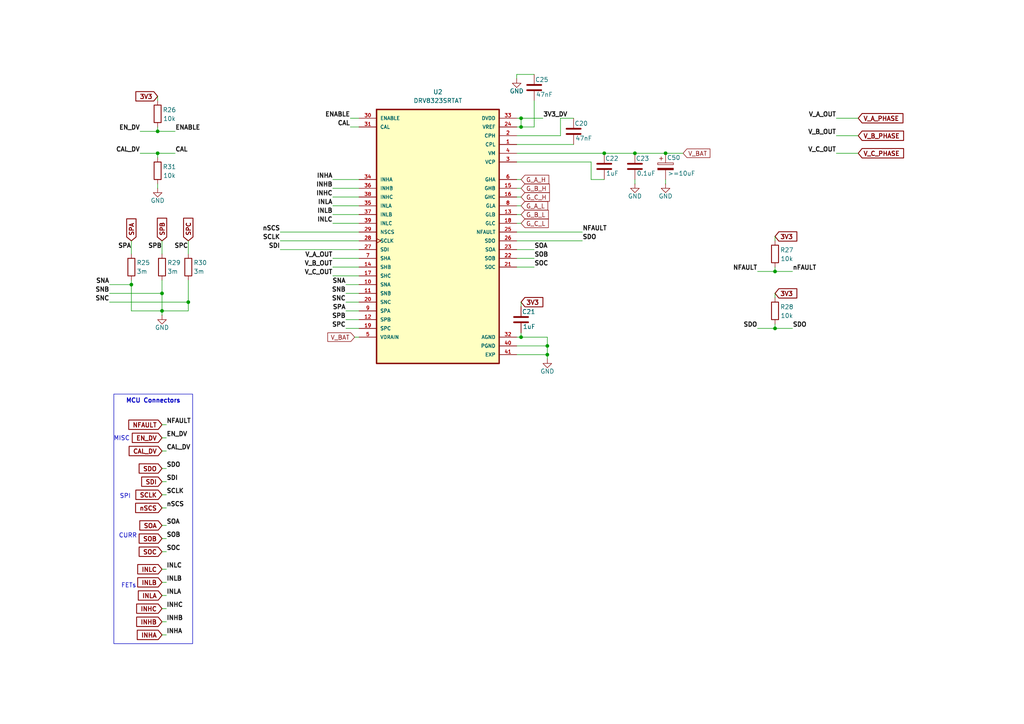
<source format=kicad_sch>
(kicad_sch (version 20250114) (generator "eeschema") (generator_version "9.0")
  (paper "A4")
  (lib_symbols
    (symbol "DRV8323SRTAT:DRV8323SRTAT" (pin_names (offset 1.016))
      (property "Reference" "U" (at -17.8131 39.1728 0))
      (property "Value" "DRV8323SRTAT" (at -17.8106 -39.6282 0))
      (symbol "DRV8323SRTAT_0_0"
        (rectangle (start -17.78 -35.56) (end 17.78 38.1) (stroke (width 0.41)) (fill (type background)))
        (pin input line (at -22.86 35.56 0) (length 5.08) (name "ENABLE") (number "30"))
        (pin input line (at -22.86 33.02 0) (length 5.08) (name "CAL") (number "31"))
        (pin input line (at -22.86 17.78 0) (length 5.08) (name "INHA") (number "34"))
        (pin input line (at -22.86 15.24 0) (length 5.08) (name "INHB") (number "36"))
        (pin input line (at -22.86 12.7 0) (length 5.08) (name "INHC") (number "38"))
        (pin input line (at -22.86 10.16 0) (length 5.08) (name "INLA") (number "35"))
        (pin input line (at -22.86 7.62 0) (length 5.08) (name "INLB") (number "37"))
        (pin input line (at -22.86 5.08 0) (length 5.08) (name "INLC") (number "39"))
        (pin input line (at -22.86 2.54 0) (length 5.08) (name "NSCS") (number "29"))
        (pin input clock (at -22.86 0 0) (length 5.08) (name "SCLK") (number "28"))
        (pin input line (at -22.86 -2.54 0) (length 5.08) (name "SDI") (number "27"))
        (pin input line (at -22.86 -5.08 0) (length 5.08) (name "SHA") (number "7"))
        (pin input line (at -22.86 -7.62 0) (length 5.08) (name "SHB") (number "14"))
        (pin input line (at -22.86 -10.16 0) (length 5.08) (name "SHC") (number "17"))
        (pin input line (at -22.86 -12.7 0) (length 5.08) (name "SNA") (number "10"))
        (pin input line (at -22.86 -15.24 0) (length 5.08) (name "SNB") (number "11"))
        (pin input line (at -22.86 -17.78 0) (length 5.08) (name "SNC") (number "20"))
        (pin input line (at -22.86 -20.32 0) (length 5.08) (name "SPA") (number "9"))
        (pin input line (at -22.86 -22.86 0) (length 5.08) (name "SPB") (number "12"))
        (pin input line (at -22.86 -25.4 0) (length 5.08) (name "SPC") (number "19"))
        (pin input line (at -22.86 -27.94 0) (length 5.08) (name "VDRAIN") (number "5"))
        (pin power_in line (at 22.86 35.56 180) (length 5.08) (name "DVDD") (number "33"))
        (pin power_in line (at 22.86 33.02 180) (length 5.08) (name "VREF") (number "24"))
        (pin power_in line (at 22.86 30.48 180) (length 5.08) (name "CPH") (number "2"))
        (pin power_in line (at 22.86 27.94 180) (length 5.08) (name "CPL") (number "1"))
        (pin power_in line (at 22.86 25.4 180) (length 5.08) (name "VM") (number "4"))
        (pin power_in line (at 22.86 22.86 180) (length 5.08) (name "VCP") (number "3"))
        (pin output line (at 22.86 17.78 180) (length 5.08) (name "GHA") (number "6"))
        (pin output line (at 22.86 15.24 180) (length 5.08) (name "GHB") (number "15"))
        (pin output line (at 22.86 12.7 180) (length 5.08) (name "GHC") (number "16"))
        (pin output line (at 22.86 10.16 180) (length 5.08) (name "GLA") (number "8"))
        (pin output line (at 22.86 7.62 180) (length 5.08) (name "GLB") (number "13"))
        (pin output line (at 22.86 5.08 180) (length 5.08) (name "GLC") (number "18"))
        (pin output line (at 22.86 2.54 180) (length 5.08) (name "NFAULT") (number "25"))
        (pin output line (at 22.86 0 180) (length 5.08) (name "SDO") (number "26"))
        (pin output line (at 22.86 -2.54 180) (length 5.08) (name "SOA") (number "23"))
        (pin output line (at 22.86 -5.08 180) (length 5.08) (name "SOB") (number "22"))
        (pin output line (at 22.86 -7.62 180) (length 5.08) (name "SOC") (number "21"))
        (pin power_in line (at 22.86 -27.94 180) (length 5.08) (name "AGND") (number "32"))
        (pin power_in line (at 22.86 -30.48 180) (length 5.08) (name "PGND") (number "40"))
        (pin power_in line (at 22.86 -33.02 180) (length 5.08) (name "EXP") (number "41"))
      )
    )
    (symbol "Device:C" (pin_numbers (hide yes)) (pin_names (offset 0.254))
      (property "Reference" "C" (at 0.635 2.54 0))
      (property "Value" "C" (at 0.635 -2.54 0))
      (symbol "C_0_1"
        (polyline (pts (xy -2.032 0.762) (xy 2.032 0.762)) (stroke (width 0.508)))
        (polyline (pts (xy -2.032 -0.762) (xy 2.032 -0.762)) (stroke (width 0.508)))
      )
      (symbol "C_1_1"
        (pin passive line (at 0 3.81 270) (length 2.794) (name "~") (number "1"))
        (pin passive line (at 0 -3.81 90) (length 2.794) (name "~") (number "2"))
      )
    )
    (symbol "Device:C_Polarized" (pin_numbers (hide yes)) (pin_names (offset 0.254))
      (property "Reference" "C" (at 0.635 2.54 0))
      (property "Value" "C_Polarized" (at 0.635 -2.54 0))
      (symbol "C_Polarized_0_1"
        (rectangle (start -2.286 0.508) (end 2.286 1.016))
        (polyline (pts (xy -1.778 2.286) (xy -0.762 2.286)))
        (polyline (pts (xy -1.27 2.794) (xy -1.27 1.778)))
        (rectangle (start 2.286 -0.508) (end -2.286 -1.016) (fill (type outline)))
      )
      (symbol "C_Polarized_1_1"
        (pin passive line (at 0 3.81 270) (length 2.794) (name "~") (number "1"))
        (pin passive line (at 0 -3.81 90) (length 2.794) (name "~") (number "2"))
      )
    )
    (symbol "Device:R" (pin_numbers (hide yes)) (pin_names (offset 0))
      (property "Reference" "R" (at 2.032 0 90))
      (property "Value" "R" (at 0 0 90))
      (symbol "R_0_1"
        (rectangle (start -1.016 -2.54) (end 1.016 2.54) (stroke (width 0.254)))
      )
      (symbol "R_1_1"
        (pin passive line (at 0 3.81 270) (length 1.27) (name "~") (number "1"))
        (pin passive line (at 0 -3.81 90) (length 1.27) (name "~") (number "2"))
      )
    )
    (symbol "power:GND" (power) (pin_numbers (hide yes)) (pin_names (offset 0) (hide yes))
      (property "Value" "GND" (at 0 -3.81 0))
      (symbol "GND_0_1"
        (polyline (pts (xy 0 0) (xy 0 -1.27) (xy 1.27 -1.27) (xy 0 -2.54) (xy -1.27 -1.27) (xy 0 -1.27)))
      )
      (symbol "GND_1_1"
        (pin power_in line (at 0 0 270) (length 0) (name "~") (number "1"))
      )
    )
  )
  (rectangle (start 33.02 114.3) (end 55.88 186.69))
  (text "SPI" (at 36.322 144.018 0) (effects (font (size 1.27 1.27) (thickness 0.1588))))
  (text "MISC" (at 35.306 127.254 0) (effects (font (size 1.27 1.27) (thickness 0.1588))))
  (text "MCU Connectors" (at 44.45 116.332 0) (effects (font (size 1.27 1.27) (thickness 0.254) (bold yes))))
  (text "FETs" (at 37.338 169.926 0) (effects (font (size 1.27 1.27) (thickness 0.1588))))
  (text "CURR" (at 37.084 155.448 0) (effects (font (size 1.27 1.27) (thickness 0.1588))))
  (junction (at 151.13 97.79))
  (junction (at 46.99 90.17))
  (junction (at 151.13 36.83))
  (junction (at 45.72 44.45))
  (junction (at 45.72 38.1))
  (junction (at 38.1 82.55))
  (junction (at 175.26 44.45))
  (junction (at 158.75 100.33))
  (junction (at 224.79 95.25))
  (junction (at 151.13 34.29))
  (junction (at 193.04 44.45))
  (junction (at 224.79 78.74))
  (junction (at 184.15 44.45))
  (junction (at 158.75 102.87))
  (junction (at 46.99 85.09))
  (junction (at 54.61 87.63))
  (wire (pts (xy 46.99 139.7) (xy 48.26 139.7)))
  (wire (pts (xy 151.13 87.63) (xy 151.13 88.9)))
  (wire (pts (xy 219.71 95.25) (xy 224.79 95.25)))
  (wire (pts (xy 54.61 90.17) (xy 46.99 90.17)))
  (wire (pts (xy 151.13 54.61) (xy 149.86 54.61)))
  (wire (pts (xy 38.1 81.28) (xy 38.1 82.55)))
  (wire (pts (xy 48.26 152.4) (xy 46.99 152.4)))
  (wire (pts (xy 48.26 172.72) (xy 46.99 172.72)))
  (wire (pts (xy 46.99 127) (xy 48.26 127)))
  (wire (pts (xy 248.92 44.45) (xy 242.57 44.45)))
  (wire (pts (xy 96.52 54.61) (xy 104.14 54.61)))
  (wire (pts (xy 46.99 85.09) (xy 46.99 90.17)))
  (wire (pts (xy 149.86 39.37) (xy 162.56 39.37)))
  (wire (pts (xy 224.79 95.25) (xy 229.87 95.25)))
  (wire (pts (xy 45.72 38.1) (xy 50.8 38.1)))
  (wire (pts (xy 171.45 52.07) (xy 171.45 46.99)))
  (wire (pts (xy 224.79 85.09) (xy 224.79 86.36)))
  (wire (pts (xy 158.75 104.14) (xy 158.75 102.87)))
  (wire (pts (xy 31.75 85.09) (xy 46.99 85.09)))
  (wire (pts (xy 168.91 69.85) (xy 149.86 69.85)))
  (wire (pts (xy 48.26 184.15) (xy 46.99 184.15)))
  (wire (pts (xy 151.13 64.77) (xy 149.86 64.77)))
  (wire (pts (xy 100.33 82.55) (xy 104.14 82.55)))
  (wire (pts (xy 96.52 64.77) (xy 104.14 64.77)))
  (wire (pts (xy 193.04 53.34) (xy 193.04 52.07)))
  (wire (pts (xy 81.28 67.31) (xy 104.14 67.31)))
  (wire (pts (xy 48.26 165.1) (xy 46.99 165.1)))
  (wire (pts (xy 96.52 77.47) (xy 104.14 77.47)))
  (wire (pts (xy 45.72 38.1) (xy 45.72 36.83)))
  (wire (pts (xy 102.87 97.79) (xy 104.14 97.79)))
  (wire (pts (xy 149.86 44.45) (xy 175.26 44.45)))
  (wire (pts (xy 96.52 57.15) (xy 104.14 57.15)))
  (wire (pts (xy 46.99 130.81) (xy 48.26 130.81)))
  (wire (pts (xy 149.86 100.33) (xy 158.75 100.33)))
  (wire (pts (xy 151.13 36.83) (xy 151.13 34.29)))
  (wire (pts (xy 154.94 74.93) (xy 149.86 74.93)))
  (wire (pts (xy 151.13 34.29) (xy 157.48 34.29)))
  (wire (pts (xy 96.52 59.69) (xy 104.14 59.69)))
  (wire (pts (xy 45.72 54.61) (xy 45.72 53.34)))
  (wire (pts (xy 100.33 95.25) (xy 104.14 95.25)))
  (wire (pts (xy 96.52 80.01) (xy 104.14 80.01)))
  (wire (pts (xy 54.61 81.28) (xy 54.61 87.63)))
  (wire (pts (xy 154.94 21.59) (xy 149.86 21.59)))
  (wire (pts (xy 31.75 87.63) (xy 54.61 87.63)))
  (wire (pts (xy 100.33 90.17) (xy 104.14 90.17)))
  (wire (pts (xy 46.99 135.89) (xy 48.26 135.89)))
  (wire (pts (xy 48.26 156.21) (xy 46.99 156.21)))
  (wire (pts (xy 40.64 44.45) (xy 45.72 44.45)))
  (wire (pts (xy 100.33 85.09) (xy 104.14 85.09)))
  (wire (pts (xy 224.79 68.58) (xy 224.79 69.85)))
  (wire (pts (xy 46.99 81.28) (xy 46.99 85.09)))
  (wire (pts (xy 48.26 168.91) (xy 46.99 168.91)))
  (wire (pts (xy 46.99 147.32) (xy 48.26 147.32)))
  (wire (pts (xy 154.94 72.39) (xy 149.86 72.39)))
  (wire (pts (xy 46.99 123.19) (xy 48.26 123.19)))
  (wire (pts (xy 45.72 45.72) (xy 45.72 44.45)))
  (wire (pts (xy 248.92 34.29) (xy 242.57 34.29)))
  (wire (pts (xy 149.86 34.29) (xy 151.13 34.29)))
  (wire (pts (xy 158.75 102.87) (xy 158.75 100.33)))
  (wire (pts (xy 151.13 59.69) (xy 149.86 59.69)))
  (wire (pts (xy 248.92 39.37) (xy 242.57 39.37)))
  (wire (pts (xy 224.79 78.74) (xy 229.87 78.74)))
  (wire (pts (xy 54.61 87.63) (xy 54.61 90.17)))
  (wire (pts (xy 149.86 102.87) (xy 158.75 102.87)))
  (wire (pts (xy 48.26 160.02) (xy 46.99 160.02)))
  (wire (pts (xy 96.52 52.07) (xy 104.14 52.07)))
  (wire (pts (xy 45.72 27.94) (xy 45.72 29.21)))
  (wire (pts (xy 101.6 36.83) (xy 104.14 36.83)))
  (wire (pts (xy 100.33 92.71) (xy 104.14 92.71)))
  (wire (pts (xy 162.56 39.37) (xy 162.56 34.29)))
  (wire (pts (xy 184.15 44.45) (xy 193.04 44.45)))
  (wire (pts (xy 100.33 87.63) (xy 104.14 87.63)))
  (wire (pts (xy 162.56 34.29) (xy 166.37 34.29)))
  (wire (pts (xy 46.99 143.51) (xy 48.26 143.51)))
  (wire (pts (xy 38.1 82.55) (xy 38.1 90.17)))
  (wire (pts (xy 154.94 77.47) (xy 149.86 77.47)))
  (wire (pts (xy 48.26 176.53) (xy 46.99 176.53)))
  (wire (pts (xy 48.26 180.34) (xy 46.99 180.34)))
  (wire (pts (xy 151.13 96.52) (xy 151.13 97.79)))
  (wire (pts (xy 224.79 78.74) (xy 224.79 77.47)))
  (wire (pts (xy 40.64 38.1) (xy 45.72 38.1)))
  (wire (pts (xy 224.79 95.25) (xy 224.79 93.98)))
  (wire (pts (xy 149.86 41.91) (xy 166.37 41.91)))
  (wire (pts (xy 151.13 57.15) (xy 149.86 57.15)))
  (wire (pts (xy 151.13 52.07) (xy 149.86 52.07)))
  (wire (pts (xy 151.13 62.23) (xy 149.86 62.23)))
  (wire (pts (xy 193.04 44.45) (xy 198.12 44.45)))
  (wire (pts (xy 81.28 69.85) (xy 104.14 69.85)))
  (wire (pts (xy 31.75 82.55) (xy 38.1 82.55)))
  (wire (pts (xy 45.72 44.45) (xy 50.8 44.45)))
  (wire (pts (xy 168.91 67.31) (xy 149.86 67.31)))
  (wire (pts (xy 154.94 36.83) (xy 154.94 29.21)))
  (wire (pts (xy 184.15 53.34) (xy 184.15 52.07)))
  (wire (pts (xy 46.99 90.17) (xy 38.1 90.17)))
  (wire (pts (xy 149.86 21.59) (xy 149.86 22.86)))
  (wire (pts (xy 149.86 36.83) (xy 151.13 36.83)))
  (wire (pts (xy 81.28 72.39) (xy 104.14 72.39)))
  (wire (pts (xy 175.26 44.45) (xy 184.15 44.45)))
  (wire (pts (xy 171.45 52.07) (xy 175.26 52.07)))
  (wire (pts (xy 158.75 97.79) (xy 151.13 97.79)))
  (wire (pts (xy 151.13 97.79) (xy 149.86 97.79)))
  (wire (pts (xy 46.99 69.85) (xy 46.99 73.66)))
  (wire (pts (xy 96.52 62.23) (xy 104.14 62.23)))
  (wire (pts (xy 158.75 100.33) (xy 158.75 97.79)))
  (wire (pts (xy 219.71 78.74) (xy 224.79 78.74)))
  (wire (pts (xy 101.6 34.29) (xy 104.14 34.29)))
  (wire (pts (xy 38.1 69.85) (xy 38.1 73.66)))
  (wire (pts (xy 171.45 46.99) (xy 149.86 46.99)))
  (wire (pts (xy 46.99 90.17) (xy 46.99 91.44)))
  (wire (pts (xy 54.61 69.85) (xy 54.61 73.66)))
  (wire (pts (xy 151.13 36.83) (xy 154.94 36.83)))
  (wire (pts (xy 96.52 74.93) (xy 104.14 74.93)))
  (label "V_C_OUT" (at 96.52 80.01 180) (effects (font (thickness 0.254) (bold yes))))
  (label "INLC" (at 96.52 64.77 180) (effects (font (thickness 0.254) (bold yes))))
  (label "SDI" (at 48.26 139.7 0) (effects (font (thickness 0.254) (bold yes))))
  (label "SNB" (at 100.33 85.09 180) (effects (font (thickness 0.254) (bold yes))))
  (label "INLA" (at 48.26 172.72 0) (effects (font (thickness 0.254) (bold yes))))
  (label "SOC" (at 48.26 160.02 0) (effects (font (thickness 0.254) (bold yes))))
  (label "INLB" (at 96.52 62.23 180) (effects (font (thickness 0.254) (bold yes))))
  (label "INHC" (at 96.52 57.15 180) (effects (font (thickness 0.254) (bold yes))))
  (label "ENABLE" (at 101.6 34.29 180) (effects (font (thickness 0.254) (bold yes))))
  (label "SNC" (at 100.33 87.63 180) (effects (font (thickness 0.254) (bold yes))))
  (label "INHC" (at 48.26 176.53 0) (effects (font (thickness 0.254) (bold yes))))
  (label "INHB" (at 96.52 54.61 180) (effects (font (thickness 0.254) (bold yes))))
  (label "SCLK" (at 48.26 143.51 0) (effects (font (thickness 0.254) (bold yes))))
  (label "SDO" (at 229.87 95.25 0) (effects (font (thickness 0.254) (bold yes))))
  (label "SPA" (at 38.1 72.39 180) (effects (font (thickness 0.254) (bold yes))))
  (label "SDO" (at 48.26 135.89 0) (effects (font (thickness 0.254) (bold yes))))
  (label "nSCS" (at 81.28 67.31 180) (effects (font (thickness 0.254) (bold yes))))
  (label "CAL_DV" (at 48.26 130.81 0) (effects (font (thickness 0.254) (bold yes))))
  (label "SNA" (at 31.75 82.55 180) (effects (font (thickness 0.254) (bold yes))))
  (label "V_A_OUT" (at 96.52 74.93 180) (effects (font (thickness 0.254) (bold yes))))
  (label "INLC" (at 48.26 165.1 0) (effects (font (thickness 0.254) (bold yes))))
  (label "NFAULT" (at 168.91 67.31 0) (effects (font (thickness 0.254) (bold yes))))
  (label "V_B_OUT" (at 96.52 77.47 180) (effects (font (thickness 0.254) (bold yes))))
  (label "SOA" (at 48.26 152.4 0) (effects (font (thickness 0.254) (bold yes))))
  (label "EN_DV" (at 40.64 38.1 180) (effects (font (thickness 0.254) (bold yes))))
  (label "INHA" (at 48.26 184.15 0) (effects (font (thickness 0.254) (bold yes))))
  (label "CAL_DV" (at 40.64 44.45 180) (effects (font (thickness 0.254) (bold yes))))
  (label "SCLK" (at 81.28 69.85 180) (effects (font (thickness 0.254) (bold yes))))
  (label "ENABLE" (at 50.8 38.1 0) (effects (font (thickness 0.254) (bold yes))))
  (label "SNA" (at 100.33 82.55 180) (effects (font (thickness 0.254) (bold yes))))
  (label "INHB" (at 48.26 180.34 0) (effects (font (thickness 0.254) (bold yes))))
  (label "INLB" (at 48.26 168.91 0) (effects (font (thickness 0.254) (bold yes))))
  (label "INHA" (at 96.52 52.07 180) (effects (font (thickness 0.254) (bold yes))))
  (label "SOA" (at 154.94 72.39 0) (effects (font (thickness 0.254) (bold yes))))
  (label "SPB" (at 46.99 72.39 180) (effects (font (thickness 0.254) (bold yes))))
  (label "SOC" (at 154.94 77.47 0) (effects (font (thickness 0.254) (bold yes))))
  (label "nFAULT" (at 229.87 78.74 0) (effects (font (thickness 0.254) (bold yes))))
  (label "V_A_OUT" (at 242.57 34.29 180) (effects (font (thickness 0.254) (bold yes))))
  (label "SPA" (at 100.33 90.17 180) (effects (font (thickness 0.254) (bold yes))))
  (label "SPC" (at 100.33 95.25 180) (effects (font (thickness 0.254) (bold yes))))
  (label "SDI" (at 81.28 72.39 180) (effects (font (thickness 0.254) (bold yes))))
  (label "V_B_OUT" (at 242.57 39.37 180) (effects (font (thickness 0.254) (bold yes))))
  (label "EN_DV" (at 48.26 127 0) (effects (font (thickness 0.254) (bold yes))))
  (label "CAL" (at 101.6 36.83 180) (effects (font (thickness 0.254) (bold yes))))
  (label "INLA" (at 96.52 59.69 180) (effects (font (thickness 0.254) (bold yes))))
  (label "SDO" (at 168.91 69.85 0) (effects (font (thickness 0.254) (bold yes))))
  (label "SPC" (at 54.61 72.39 180) (effects (font (thickness 0.254) (bold yes))))
  (label "NFAULT" (at 48.26 123.19 0) (effects (font (thickness 0.254) (bold yes))))
  (label "SOB" (at 154.94 74.93 0) (effects (font (thickness 0.254) (bold yes))))
  (label "nSCS" (at 48.26 147.32 0) (effects (font (thickness 0.254) (bold yes))))
  (label "SPB" (at 100.33 92.71 180) (effects (font (thickness 0.254) (bold yes))))
  (label "SNB" (at 31.75 85.09 180) (effects (font (thickness 0.254) (bold yes))))
  (label "SNC" (at 31.75 87.63 180) (effects (font (thickness 0.254) (bold yes))))
  (label "SDO" (at 219.71 95.25 180) (effects (font (thickness 0.254) (bold yes))))
  (label "3V3_DV" (at 157.48 34.29 0) (effects (font (thickness 0.254) (bold yes))))
  (label "V_C_OUT" (at 242.57 44.45 180) (effects (font (thickness 0.254) (bold yes))))
  (label "CAL" (at 50.8 44.45 0) (effects (font (thickness 0.254) (bold yes))))
  (label "SOB" (at 48.26 156.21 0) (effects (font (thickness 0.254) (bold yes))))
  (label "NFAULT" (at 219.71 78.74 180) (effects (font (thickness 0.254) (bold yes))))
  (global_label "G_B_H" (shape input) (at 151.13 54.61 0) (property "Intersheetrefs" "${INTERSHEET_REFS}" (effects (hide yes))))
  (global_label "SOA" (shape input) (at 46.99 152.4 180) (effects (font (thickness 0.254) (bold yes))) (property "Intersheetrefs" "${INTERSHEET_REFS}" (effects (hide yes))))
  (global_label "INLB" (shape input) (at 46.99 168.91 180) (effects (font (thickness 0.254) (bold yes))) (property "Intersheetrefs" "${INTERSHEET_REFS}" (effects (hide yes))))
  (global_label "nSCS" (shape input) (at 46.99 147.32 180) (effects (font (thickness 0.254) (bold yes))) (property "Intersheetrefs" "${INTERSHEET_REFS}" (effects (hide yes))))
  (global_label "CAL_DV" (shape input) (at 46.99 130.81 180) (effects (font (thickness 0.254) (bold yes))) (property "Intersheetrefs" "${INTERSHEET_REFS}" (effects (hide yes))))
  (global_label "INHB" (shape input) (at 46.99 180.34 180) (effects (font (thickness 0.254) (bold yes))) (property "Intersheetrefs" "${INTERSHEET_REFS}" (effects (hide yes))))
  (global_label "V_BAT" (shape input) (at 102.87 97.79 180) (property "Intersheetrefs" "${INTERSHEET_REFS}" (effects (hide yes))))
  (global_label "V_BAT" (shape input) (at 198.12 44.45 0) (property "Intersheetrefs" "${INTERSHEET_REFS}" (effects (hide yes))))
  (global_label "3V3" (shape input) (at 151.13 87.63 0) (effects (font (thickness 0.254) (bold yes))) (property "Intersheetrefs" "${INTERSHEET_REFS}" (effects (hide yes))))
  (global_label "SDO" (shape input) (at 46.99 135.89 180) (effects (font (thickness 0.254) (bold yes))) (property "Intersheetrefs" "${INTERSHEET_REFS}" (effects (hide yes))))
  (global_label "INHA" (shape input) (at 46.99 184.15 180) (effects (font (thickness 0.254) (bold yes))) (property "Intersheetrefs" "${INTERSHEET_REFS}" (effects (hide yes))))
  (global_label "G_C_L" (shape input) (at 151.13 64.77 0) (property "Intersheetrefs" "${INTERSHEET_REFS}" (effects (hide yes))))
  (global_label "INLA" (shape input) (at 46.99 172.72 180) (effects (font (thickness 0.254) (bold yes))) (property "Intersheetrefs" "${INTERSHEET_REFS}" (effects (hide yes))))
  (global_label "SPB" (shape input) (at 46.99 69.85 90) (effects (font (thickness 0.254) (bold yes))) (property "Intersheetrefs" "${INTERSHEET_REFS}" (effects (hide yes))))
  (global_label "3V3" (shape input) (at 45.72 27.94 180) (effects (font (thickness 0.254) (bold yes))) (property "Intersheetrefs" "${INTERSHEET_REFS}" (effects (hide yes))))
  (global_label "3V3" (shape input) (at 224.79 85.09 0) (effects (font (thickness 0.254) (bold yes))) (property "Intersheetrefs" "${INTERSHEET_REFS}" (effects (hide yes))))
  (global_label "V_B_PHASE" (shape input) (at 248.92 39.37 0) (effects (font (thickness 0.254) (bold yes))) (property "Intersheetrefs" "${INTERSHEET_REFS}" (effects (hide yes))))
  (global_label "INHC" (shape input) (at 46.99 176.53 180) (effects (font (thickness 0.254) (bold yes))) (property "Intersheetrefs" "${INTERSHEET_REFS}" (effects (hide yes))))
  (global_label "SOC" (shape input) (at 46.99 160.02 180) (effects (font (thickness 0.254) (bold yes))) (property "Intersheetrefs" "${INTERSHEET_REFS}" (effects (hide yes))))
  (global_label "3V3" (shape input) (at 224.79 68.58 0) (effects (font (thickness 0.254) (bold yes))) (property "Intersheetrefs" "${INTERSHEET_REFS}" (effects (hide yes))))
  (global_label "G_B_L" (shape input) (at 151.13 62.23 0) (property "Intersheetrefs" "${INTERSHEET_REFS}" (effects (hide yes))))
  (global_label "V_C_PHASE" (shape input) (at 248.92 44.45 0) (effects (font (thickness 0.254) (bold yes))) (property "Intersheetrefs" "${INTERSHEET_REFS}" (effects (hide yes))))
  (global_label "SDI" (shape input) (at 46.99 139.7 180) (effects (font (thickness 0.254) (bold yes))) (property "Intersheetrefs" "${INTERSHEET_REFS}" (effects (hide yes))))
  (global_label "SPC" (shape input) (at 54.61 69.85 90) (effects (font (thickness 0.254) (bold yes))) (property "Intersheetrefs" "${INTERSHEET_REFS}" (effects (hide yes))))
  (global_label "SCLK" (shape input) (at 46.99 143.51 180) (effects (font (thickness 0.254) (bold yes))) (property "Intersheetrefs" "${INTERSHEET_REFS}" (effects (hide yes))))
  (global_label "G_A_H" (shape input) (at 151.13 52.07 0) (property "Intersheetrefs" "${INTERSHEET_REFS}" (effects (hide yes))))
  (global_label "SPA" (shape input) (at 38.1 69.85 90) (effects (font (thickness 0.254) (bold yes))) (property "Intersheetrefs" "${INTERSHEET_REFS}" (effects (hide yes))))
  (global_label "G_C_H" (shape input) (at 151.13 57.15 0) (property "Intersheetrefs" "${INTERSHEET_REFS}" (effects (hide yes))))
  (global_label "EN_DV" (shape input) (at 46.99 127 180) (effects (font (thickness 0.254) (bold yes))) (property "Intersheetrefs" "${INTERSHEET_REFS}" (effects (hide yes))))
  (global_label "G_A_L" (shape input) (at 151.13 59.69 0) (property "Intersheetrefs" "${INTERSHEET_REFS}" (effects (hide yes))))
  (global_label "INLC" (shape input) (at 46.99 165.1 180) (effects (font (thickness 0.254) (bold yes))) (property "Intersheetrefs" "${INTERSHEET_REFS}" (effects (hide yes))))
  (global_label "NFAULT" (shape input) (at 46.99 123.19 180) (effects (font (thickness 0.254) (bold yes))) (property "Intersheetrefs" "${INTERSHEET_REFS}" (effects (hide yes))))
  (global_label "V_A_PHASE" (shape input) (at 248.92 34.29 0) (effects (font (thickness 0.254) (bold yes))) (property "Intersheetrefs" "${INTERSHEET_REFS}" (effects (hide yes))))
  (global_label "SOB" (shape input) (at 46.99 156.21 180) (effects (font (thickness 0.254) (bold yes))) (property "Intersheetrefs" "${INTERSHEET_REFS}" (effects (hide yes))))
  (symbol (lib_id "Device:R") (at 224.79 73.66 180) (unit 1)
    (property "Reference" "R27" (at 228.219 72.517 0))
    (property "Value" "10k" (at 228.219 75.057 0))
    (property "Footprint" "Resistor_SMD:R_0603_1608Metric_Pad0.98x0.95mm_HandSolder" (effects (hide yes)))
    (property "Description" "Resistor" (effects (hide yes)))
  )
  (symbol (lib_id "Device:C") (at 166.37 38.1 0) (unit 1)
    (property "Reference" "C20" (at 166.624 35.814 0) (effects (justify left)))
    (property "Value" "47nF" (at 166.878 40.132 0) (effects (justify left)))
    (property "Footprint" "Capacitor_SMD:C_0805_2012Metric_Pad1.18x1.45mm_HandSolder" (effects (hide yes)))
    (property "Description" "Unpolarized capacitor" (effects (hide yes)))
  )
  (symbol (lib_id "DRV8323SRTAT:DRV8323SRTAT") (at 127 69.85 0) (unit 1)
    (property "Reference" "U2" (at 127 26.67 0))
    (property "Value" "DRV8323SRTAT" (at 127 29.21 0))
    (property "Footprint" "DRV8323SRTAT:QFN50P600X600X80-41N415X415" (effects (hide yes)))
    (property "MF" "Texas Instruments" (effects (hide yes)))
    (property "Description_1" "65-V max 3-phase smart gate driver with current shunt amplifiers" (effects (hide yes)))
    (property "PACKAGE" "WQFN-40" (effects (hide yes)))
    (property "Price" "None" (effects (hide yes)))
    (property "Package" "WQFN-40 Texas Instruments" (effects (hide yes)))
    (property "PACKAGE_ID" "5744" (effects (hide yes)))
    (property "SnapEDA_Link" "https://www.snapeda.com/parts/DRV8323SRTAT/Texas+Instruments/view-part/?ref=snap" (effects (hide yes)))
    (property "MP" "DRV8323SRTAT" (effects (hide yes)))
    (property "Purchase-URL" "https://www.snapeda.com/api/url_track_click_mouser/?unipart_id=1675025&manufacturer=Texas Instruments&part_name=DRV8323SRTAT&search_term=None" (effects (hide yes)))
    (property "Availability" "In Stock" (effects (hide yes)))
    (property "Check_prices" "https://www.snapeda.com/parts/DRV8323SRTAT/Texas+Instruments/view-part/?ref=eda" (effects (hide yes)))
  )
  (symbol (lib_id "power:GND") (at 149.86 22.86 0) (unit 1)
    (property "Reference" "#PWR019" (effects (hide yes)))
    (property "Value" "GND" (at 149.86 26.416 0))
    (property "Description" "Power symbol creates a global label with name \"GND\" , ground" (effects (hide yes)))
  )
  (symbol (lib_id "power:GND") (at 46.99 91.44 0) (unit 1)
    (property "Reference" "#PWR011" (effects (hide yes)))
    (property "Value" "GND" (at 46.99 94.996 0))
    (property "Description" "Power symbol creates a global label with name \"GND\" , ground" (effects (hide yes)))
  )
  (symbol (lib_id "power:GND") (at 158.75 104.14 0) (unit 1)
    (property "Reference" "#PWR016" (effects (hide yes)))
    (property "Value" "GND" (at 158.75 107.696 0))
    (property "Description" "Power symbol creates a global label with name \"GND\" , ground" (effects (hide yes)))
  )
  (symbol (lib_id "Device:R") (at 224.79 90.17 180) (unit 1)
    (property "Reference" "R28" (at 228.219 89.027 0))
    (property "Value" "10k" (at 228.219 91.567 0))
    (property "Footprint" "Resistor_SMD:R_0603_1608Metric_Pad0.98x0.95mm_HandSolder" (effects (hide yes)))
    (property "Description" "Resistor" (effects (hide yes)))
  )
  (symbol (lib_id "Device:C") (at 184.15 48.26 0) (unit 1)
    (property "Reference" "C23" (at 184.404 45.974 0) (effects (justify left)))
    (property "Value" "0.1uF" (at 184.658 50.292 0) (effects (justify left)))
    (property "Footprint" "Capacitor_SMD:C_0805_2012Metric_Pad1.18x1.45mm_HandSolder" (effects (hide yes)))
    (property "Description" "Unpolarized capacitor" (effects (hide yes)))
  )
  (symbol (lib_id "power:GND") (at 184.15 53.34 0) (unit 1)
    (property "Reference" "#PWR017" (effects (hide yes)))
    (property "Value" "GND" (at 184.15 56.896 0))
    (property "Description" "Power symbol creates a global label with name \"GND\" , ground" (effects (hide yes)))
  )
  (symbol (lib_id "Device:R") (at 38.1 77.47 0) (unit 1)
    (property "Reference" "R25" (at 39.624 76.2 0) (effects (justify left)))
    (property "Value" "3m" (at 39.624 78.74 0) (effects (justify left)))
    (property "Footprint" "Resistor_SMD:R_2512_6332Metric_Pad1.40x3.35mm_HandSolder" (effects (hide yes)))
    (property "Description" "Resistor" (effects (hide yes)))
  )
  (symbol (lib_id "Device:R") (at 54.61 77.47 0) (unit 1)
    (property "Reference" "R30" (at 56.134 76.2 0) (effects (justify left)))
    (property "Value" "3m" (at 56.134 78.74 0) (effects (justify left)))
    (property "Footprint" "Resistor_SMD:R_2512_6332Metric_Pad1.40x3.35mm_HandSolder" (effects (hide yes)))
    (property "Description" "Resistor" (effects (hide yes)))
  )
  (symbol (lib_id "Device:C") (at 151.13 92.71 0) (unit 1)
    (property "Reference" "C21" (at 151.384 90.424 0) (effects (justify left)))
    (property "Value" "1uF" (at 151.638 94.742 0) (effects (justify left)))
    (property "Footprint" "Capacitor_SMD:C_0805_2012Metric_Pad1.18x1.45mm_HandSolder" (effects (hide yes)))
    (property "Description" "Unpolarized capacitor" (effects (hide yes)))
  )
  (symbol (lib_id "Device:C") (at 175.26 48.26 0) (unit 1)
    (property "Reference" "C22" (at 175.514 45.974 0) (effects (justify left)))
    (property "Value" "1uF" (at 175.768 50.292 0) (effects (justify left)))
    (property "Footprint" "Capacitor_SMD:C_0805_2012Metric_Pad1.18x1.45mm_HandSolder" (effects (hide yes)))
    (property "Description" "Unpolarized capacitor" (effects (hide yes)))
  )
  (symbol (lib_id "power:GND") (at 193.04 53.34 0) (unit 1)
    (property "Reference" "#PWR018" (effects (hide yes)))
    (property "Value" "GND" (at 193.04 56.896 0))
    (property "Description" "Power symbol creates a global label with name \"GND\" , ground" (effects (hide yes)))
  )
  (symbol (lib_id "Device:R") (at 45.72 33.02 180) (unit 1)
    (property "Reference" "R26" (at 49.149 31.877 0))
    (property "Value" "10k" (at 49.149 34.417 0))
    (property "Footprint" "Resistor_SMD:R_0603_1608Metric_Pad0.98x0.95mm_HandSolder" (effects (hide yes)))
    (property "Description" "Resistor" (effects (hide yes)))
  )
  (symbol (lib_id "Device:R") (at 46.99 77.47 0) (unit 1)
    (property "Reference" "R29" (at 48.514 76.2 0) (effects (justify left)))
    (property "Value" "3m" (at 48.514 78.74 0) (effects (justify left)))
    (property "Footprint" "Resistor_SMD:R_2512_6332Metric_Pad1.40x3.35mm_HandSolder" (effects (hide yes)))
    (property "Description" "Resistor" (effects (hide yes)))
  )
  (symbol (lib_id "power:GND") (at 45.72 54.61 0) (unit 1)
    (property "Reference" "#PWR012" (effects (hide yes)))
    (property "Value" "GND" (at 45.72 58.166 0))
    (property "Description" "Power symbol creates a global label with name \"GND\" , ground" (effects (hide yes)))
  )
  (symbol (lib_id "Device:R") (at 45.72 49.53 180) (unit 1)
    (property "Reference" "R31" (at 49.149 48.387 0))
    (property "Value" "10k" (at 49.149 50.927 0))
    (property "Footprint" "Resistor_SMD:R_0603_1608Metric_Pad0.98x0.95mm_HandSolder" (effects (hide yes)))
    (property "Description" "Resistor" (effects (hide yes)))
  )
  (symbol (lib_id "Device:C") (at 154.94 25.4 0) (unit 1)
    (property "Reference" "C25" (at 155.194 23.114 0) (effects (justify left)))
    (property "Value" "47nF" (at 155.448 27.432 0) (effects (justify left)))
    (property "Footprint" "Capacitor_SMD:C_0805_2012Metric_Pad1.18x1.45mm_HandSolder" (effects (hide yes)))
    (property "Description" "Unpolarized capacitor" (effects (hide yes)))
  )
  (symbol (lib_id "Device:C_Polarized") (at 193.04 48.26 0) (unit 1)
    (property "Reference" "C50" (at 197.358 45.72 0) (effects (justify right)))
    (property "Value" ">=10uF" (at 201.676 50.292 0) (effects (justify right)))
    (property "Footprint" "Capacitor_SMD:CP_Elec_6.3x5.9" (effects (hide yes)))
    (property "Description" "Polarized capacitor" (effects (hide yes)))
  )
)
</source>
